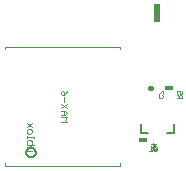
<source format=gbo>
G75*
%MOIN*%
%OFA0B0*%
%FSLAX25Y25*%
%IPPOS*%
%LPD*%
%AMOC8*
5,1,8,0,0,1.08239X$1,22.5*
%
%ADD10R,0.02362X0.05906*%
%ADD11C,0.00500*%
%ADD12C,0.00394*%
%ADD13C,0.00200*%
%ADD14C,0.00800*%
%ADD15C,0.00100*%
%ADD16R,0.02800X0.01600*%
%ADD17C,0.01600*%
D10*
X0059977Y0095006D03*
D11*
X0016288Y0048657D02*
X0016290Y0048736D01*
X0016296Y0048815D01*
X0016306Y0048894D01*
X0016319Y0048971D01*
X0016337Y0049049D01*
X0016359Y0049125D01*
X0016384Y0049200D01*
X0016413Y0049273D01*
X0016445Y0049346D01*
X0016481Y0049416D01*
X0016521Y0049485D01*
X0016564Y0049551D01*
X0016610Y0049615D01*
X0016659Y0049677D01*
X0016712Y0049736D01*
X0016767Y0049793D01*
X0016825Y0049847D01*
X0016886Y0049898D01*
X0016949Y0049946D01*
X0017014Y0049990D01*
X0017082Y0050031D01*
X0017151Y0050069D01*
X0017222Y0050104D01*
X0017295Y0050134D01*
X0017370Y0050161D01*
X0017445Y0050185D01*
X0017522Y0050204D01*
X0017599Y0050220D01*
X0017678Y0050232D01*
X0017756Y0050240D01*
X0017835Y0050244D01*
X0017915Y0050244D01*
X0017994Y0050240D01*
X0018072Y0050232D01*
X0018151Y0050220D01*
X0018228Y0050204D01*
X0018305Y0050185D01*
X0018380Y0050161D01*
X0018455Y0050134D01*
X0018528Y0050104D01*
X0018599Y0050069D01*
X0018669Y0050031D01*
X0018736Y0049990D01*
X0018801Y0049946D01*
X0018864Y0049898D01*
X0018925Y0049847D01*
X0018983Y0049793D01*
X0019038Y0049736D01*
X0019091Y0049677D01*
X0019140Y0049615D01*
X0019186Y0049551D01*
X0019229Y0049485D01*
X0019269Y0049416D01*
X0019305Y0049346D01*
X0019337Y0049273D01*
X0019366Y0049200D01*
X0019391Y0049125D01*
X0019413Y0049049D01*
X0019431Y0048971D01*
X0019444Y0048894D01*
X0019454Y0048815D01*
X0019460Y0048736D01*
X0019462Y0048657D01*
X0019460Y0048578D01*
X0019454Y0048499D01*
X0019444Y0048420D01*
X0019431Y0048343D01*
X0019413Y0048265D01*
X0019391Y0048189D01*
X0019366Y0048114D01*
X0019337Y0048041D01*
X0019305Y0047968D01*
X0019269Y0047898D01*
X0019229Y0047829D01*
X0019186Y0047763D01*
X0019140Y0047699D01*
X0019091Y0047637D01*
X0019038Y0047578D01*
X0018983Y0047521D01*
X0018925Y0047467D01*
X0018864Y0047416D01*
X0018801Y0047368D01*
X0018736Y0047324D01*
X0018668Y0047283D01*
X0018599Y0047245D01*
X0018528Y0047210D01*
X0018455Y0047180D01*
X0018380Y0047153D01*
X0018305Y0047129D01*
X0018228Y0047110D01*
X0018151Y0047094D01*
X0018072Y0047082D01*
X0017994Y0047074D01*
X0017915Y0047070D01*
X0017835Y0047070D01*
X0017756Y0047074D01*
X0017678Y0047082D01*
X0017599Y0047094D01*
X0017522Y0047110D01*
X0017445Y0047129D01*
X0017370Y0047153D01*
X0017295Y0047180D01*
X0017222Y0047210D01*
X0017151Y0047245D01*
X0017081Y0047283D01*
X0017014Y0047324D01*
X0016949Y0047368D01*
X0016886Y0047416D01*
X0016825Y0047467D01*
X0016767Y0047521D01*
X0016712Y0047578D01*
X0016659Y0047637D01*
X0016610Y0047699D01*
X0016564Y0047763D01*
X0016521Y0047829D01*
X0016481Y0047898D01*
X0016445Y0047968D01*
X0016413Y0048041D01*
X0016384Y0048114D01*
X0016359Y0048189D01*
X0016337Y0048265D01*
X0016319Y0048343D01*
X0016306Y0048420D01*
X0016296Y0048499D01*
X0016290Y0048578D01*
X0016288Y0048657D01*
D12*
X0009213Y0044917D02*
X0009213Y0043932D01*
X0047402Y0043932D01*
X0047402Y0044917D01*
X0047402Y0083106D02*
X0047402Y0083696D01*
X0009213Y0083696D01*
X0009213Y0083106D01*
D13*
X0027817Y0068737D02*
X0028184Y0069104D01*
X0028551Y0069104D01*
X0028918Y0068737D01*
X0028918Y0067636D01*
X0028184Y0067636D01*
X0027817Y0068003D01*
X0027817Y0068737D01*
X0028918Y0067636D02*
X0029652Y0068370D01*
X0030019Y0069104D01*
X0028918Y0066894D02*
X0028918Y0065426D01*
X0027817Y0064684D02*
X0030019Y0063216D01*
X0029285Y0062474D02*
X0027817Y0062474D01*
X0027817Y0063216D02*
X0030019Y0064684D01*
X0029285Y0062474D02*
X0030019Y0061740D01*
X0029285Y0061006D01*
X0027817Y0061006D01*
X0027817Y0060264D02*
X0030019Y0060264D01*
X0029285Y0059530D01*
X0030019Y0058796D01*
X0027817Y0058796D01*
X0028918Y0061006D02*
X0028918Y0062474D01*
X0018065Y0058525D02*
X0016597Y0057057D01*
X0016964Y0056315D02*
X0017698Y0056315D01*
X0018065Y0055948D01*
X0018065Y0055214D01*
X0017698Y0054847D01*
X0016964Y0054847D01*
X0016597Y0055214D01*
X0016597Y0055948D01*
X0016964Y0056315D01*
X0018065Y0057057D02*
X0016597Y0058525D01*
X0016597Y0054107D02*
X0016597Y0053373D01*
X0016597Y0053740D02*
X0018799Y0053740D01*
X0018799Y0053373D01*
X0017698Y0052632D02*
X0018065Y0052265D01*
X0018065Y0051164D01*
X0018799Y0051164D02*
X0016597Y0051164D01*
X0016597Y0052265D01*
X0016964Y0052632D01*
X0017698Y0052632D01*
X0018065Y0050422D02*
X0016597Y0050422D01*
X0016597Y0049321D01*
X0016964Y0048954D01*
X0018065Y0048954D01*
D14*
X0054583Y0054927D02*
X0054583Y0058077D01*
X0054583Y0054927D02*
X0056946Y0054927D01*
X0063245Y0054927D02*
X0065607Y0054927D01*
X0065607Y0058077D01*
D15*
X0059396Y0051457D02*
X0058646Y0050706D01*
X0058646Y0051707D01*
X0059396Y0051457D02*
X0057895Y0051457D01*
X0057768Y0050634D02*
X0057768Y0049133D01*
X0057895Y0049233D02*
X0059396Y0049233D01*
X0059396Y0049984D01*
X0059146Y0050234D01*
X0058646Y0050234D01*
X0058396Y0049984D01*
X0058396Y0049233D01*
X0058268Y0049133D02*
X0057268Y0049133D01*
X0057895Y0050234D02*
X0058396Y0049733D01*
X0058268Y0050134D02*
X0057768Y0050634D01*
X0058741Y0050384D02*
X0058991Y0050634D01*
X0059491Y0050634D01*
X0059742Y0050384D01*
X0059742Y0049383D01*
X0059491Y0049133D01*
X0058991Y0049133D01*
X0058741Y0049383D01*
X0058741Y0050384D01*
X0059241Y0049633D02*
X0058741Y0049133D01*
X0060645Y0066733D02*
X0060395Y0066983D01*
X0060395Y0067484D01*
X0060645Y0067734D01*
X0060645Y0068206D02*
X0060395Y0068206D01*
X0060645Y0068206D02*
X0061646Y0069207D01*
X0061896Y0069207D01*
X0061896Y0068206D01*
X0061646Y0067734D02*
X0061896Y0067484D01*
X0061896Y0066983D01*
X0061646Y0066733D01*
X0060645Y0066733D01*
X0066645Y0066733D02*
X0068146Y0066733D01*
X0068146Y0067484D01*
X0067896Y0067734D01*
X0067396Y0067734D01*
X0067146Y0067484D01*
X0067146Y0066733D01*
X0067146Y0067233D02*
X0066645Y0067734D01*
X0066895Y0068206D02*
X0066645Y0068457D01*
X0066645Y0068957D01*
X0066895Y0069207D01*
X0067396Y0069207D01*
X0067646Y0068957D01*
X0067646Y0068707D01*
X0067396Y0068206D01*
X0068146Y0068206D01*
X0068146Y0069207D01*
D16*
X0063845Y0070183D03*
X0055095Y0052683D03*
D17*
X0057475Y0070183D02*
X0057715Y0070183D01*
M02*

</source>
